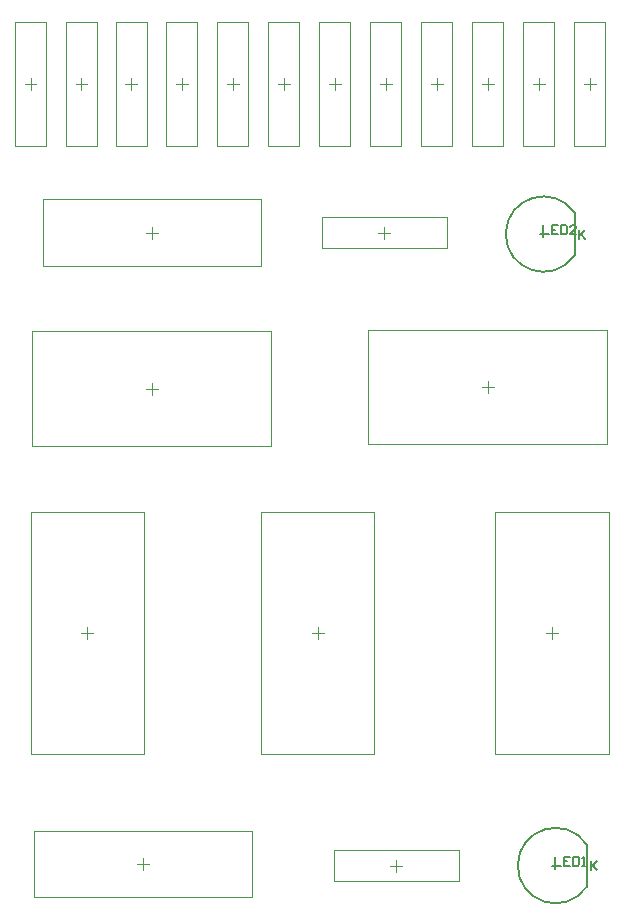
<source format=gbr>
%TF.GenerationSoftware,Altium Limited,Altium Designer,22.9.1 (49)*%
G04 Layer_Color=32768*
%FSLAX26Y26*%
%MOIN*%
%TF.SameCoordinates,9A4C5482-B669-49D6-A5E7-2A43E7F29E9E*%
%TF.FilePolarity,Positive*%
%TF.FileFunction,Other,Mechanical_15*%
%TF.Part,Single*%
G01*
G75*
%TA.AperFunction,NonConductor*%
%ADD36C,0.007874*%
%ADD38C,0.006000*%
%ADD39C,0.003937*%
%ADD41C,0.001968*%
D36*
X3065000Y1985000D02*
G03*
X3063011Y1842324I-104432J-69896D01*
G01*
X3025000Y4090000D02*
G03*
X3023011Y3947324I-104432J-69896D01*
G01*
X3065000Y1845000D02*
Y1985000D01*
X2950000Y1915000D02*
X2970000D01*
X2960000Y1905000D02*
Y1925000D01*
X3025000Y3950000D02*
Y4090000D01*
X2910000Y4020000D02*
X2930000D01*
X2920000Y4010000D02*
Y4030000D01*
D38*
X2960000Y1944990D02*
Y1915000D01*
X2979994D01*
X3009984Y1944990D02*
X2989990D01*
Y1915000D01*
X3009984D01*
X2989990Y1929995D02*
X2999987D01*
X3019981Y1944990D02*
Y1915000D01*
X3034976D01*
X3039974Y1919998D01*
Y1939992D01*
X3034976Y1944990D01*
X3019981D01*
X3049971Y1915000D02*
X3059968D01*
X3054969D01*
Y1944990D01*
X3049971Y1939992D01*
X3080000Y1929990D02*
Y1900000D01*
Y1909997D01*
X3099994Y1929990D01*
X3084998Y1914995D01*
X3099994Y1900000D01*
X2920000Y4049990D02*
Y4020000D01*
X2939994D01*
X2969984Y4049990D02*
X2949990D01*
Y4020000D01*
X2969984D01*
X2949990Y4034995D02*
X2959987D01*
X2979981Y4049990D02*
Y4020000D01*
X2994976D01*
X2999974Y4024998D01*
Y4044992D01*
X2994976Y4049990D01*
X2979981D01*
X3029964Y4020000D02*
X3009971D01*
X3029964Y4039994D01*
Y4044992D01*
X3024966Y4049990D01*
X3014969D01*
X3009971Y4044992D01*
X3040000Y4034990D02*
Y4005000D01*
Y4014997D01*
X3059994Y4034990D01*
X3044998Y4019995D01*
X3059994Y4005000D01*
D39*
X3055316Y4520000D02*
X3094686D01*
X3075000Y4500316D02*
Y4539686D01*
X2885316Y4520000D02*
X2924686D01*
X2905000Y4500316D02*
Y4539686D01*
X2715316Y4520000D02*
X2754686D01*
X2735000Y4500316D02*
Y4539686D01*
X2545316Y4520000D02*
X2584686D01*
X2565000Y4500316D02*
Y4539686D01*
X2375316Y4520000D02*
X2414686D01*
X2395000Y4500316D02*
Y4539686D01*
X2205316Y4520000D02*
X2244686D01*
X2225000Y4500316D02*
Y4539686D01*
X2035316Y4520000D02*
X2074686D01*
X2055000Y4500316D02*
Y4539686D01*
X1865316Y4520000D02*
X1904686D01*
X1885000Y4500316D02*
Y4539686D01*
X1695316Y4520000D02*
X1734686D01*
X1715000Y4500316D02*
Y4539686D01*
X1526908Y4520000D02*
X1566278D01*
X1546592Y4500316D02*
Y4539686D01*
X1361054Y4520000D02*
X1400424D01*
X1380740Y4500314D02*
Y4539684D01*
X1191124Y4520000D02*
X1230494D01*
X1210808Y4500316D02*
Y4539686D01*
X1400000Y2670316D02*
Y2709686D01*
X1380316Y2690000D02*
X1419686D01*
X2715316Y3510000D02*
X2754686D01*
X2735000Y3490316D02*
Y3529686D01*
X2430000Y1895316D02*
Y1934686D01*
X2410316Y1915000D02*
X2449686D01*
X2390000Y4005316D02*
Y4044686D01*
X2370316Y4025000D02*
X2409686D01*
X2168202Y2670316D02*
Y2709686D01*
X2148516Y2690000D02*
X2187886D01*
X2948662Y2670316D02*
Y2709686D01*
X2928976Y2690000D02*
X2968346D01*
X1595316Y3505000D02*
X1634686D01*
X1615000Y3485316D02*
Y3524686D01*
D41*
X3023818Y4727678D02*
X3126182D01*
X3023818Y4312322D02*
Y4727678D01*
X3126182Y4312322D02*
Y4727678D01*
X3023818Y4312322D02*
X3126182D01*
X2853818Y4727678D02*
X2956182D01*
X2853818Y4312322D02*
Y4727678D01*
X2956182Y4312322D02*
Y4727678D01*
X2853818Y4312322D02*
X2956182D01*
X2683818Y4727678D02*
X2786182D01*
X2683818Y4312322D02*
Y4727678D01*
X2786182Y4312322D02*
Y4727678D01*
X2683818Y4312322D02*
X2786182D01*
X2513818Y4727678D02*
X2616182D01*
X2513818Y4312322D02*
Y4727678D01*
X2616182Y4312322D02*
Y4727678D01*
X2513818Y4312322D02*
X2616182D01*
X2343818Y4727678D02*
X2446182D01*
X2343818Y4312322D02*
Y4727678D01*
X2446182Y4312322D02*
Y4727678D01*
X2343818Y4312322D02*
X2446182D01*
X2173818Y4727678D02*
X2276182D01*
X2173818Y4312322D02*
Y4727678D01*
X2276182Y4312322D02*
Y4727678D01*
X2173818Y4312322D02*
X2276182D01*
X2003818Y4727678D02*
X2106182D01*
X2003818Y4312322D02*
Y4727678D01*
X2106182Y4312322D02*
Y4727678D01*
X2003818Y4312322D02*
X2106182D01*
X1833818Y4727678D02*
X1936182D01*
X1833818Y4312322D02*
Y4727678D01*
X1936182Y4312322D02*
Y4727678D01*
X1833818Y4312322D02*
X1936182D01*
X1663818Y4727678D02*
X1766182D01*
X1663818Y4312322D02*
Y4727678D01*
X1766182Y4312322D02*
Y4727678D01*
X1663818Y4312322D02*
X1766182D01*
X1495412Y4727678D02*
X1597774D01*
X1495412Y4312322D02*
Y4727678D01*
X1597774Y4312322D02*
Y4727678D01*
X1495412Y4312322D02*
X1597774D01*
X1329558Y4727676D02*
X1431920D01*
X1329558Y4312322D02*
Y4727676D01*
X1431920Y4312322D02*
Y4727676D01*
X1329558Y4312322D02*
X1431920D01*
X1159628Y4727678D02*
X1261990D01*
X1159628Y4312322D02*
Y4727678D01*
X1261990Y4312322D02*
Y4727678D01*
X1159628Y4312322D02*
X1261990D01*
X1211024Y2286456D02*
X1588976D01*
X1211024Y3093544D02*
X1588976D01*
Y2286456D02*
Y3093544D01*
X1211024Y2286456D02*
Y3093544D01*
X2337362Y3319056D02*
Y3700944D01*
X3132638Y3319056D02*
Y3700944D01*
X2337362Y3319056D02*
X3132638D01*
X2337362Y3700944D02*
X3132638D01*
X2222322Y1863818D02*
Y1966182D01*
Y1863818D02*
X2637678D01*
X2222322Y1966182D02*
X2637678D01*
Y1863818D02*
Y1966182D01*
X2182322Y3973818D02*
Y4076182D01*
Y3973818D02*
X2597678D01*
X2182322Y4076182D02*
X2597678D01*
Y3973818D02*
Y4076182D01*
X1979224Y2286456D02*
X2357178D01*
X1979224Y3093544D02*
X2357178D01*
Y2286456D02*
Y3093544D01*
X1979224Y2286456D02*
Y3093544D01*
X1251220Y3914174D02*
Y4135826D01*
Y3914174D02*
X1978780D01*
Y4135826D01*
X1251220D02*
X1978780D01*
X1615000Y4005316D02*
Y4044686D01*
X1595316Y4025000D02*
X1634686D01*
X2759686Y2286456D02*
X3137638D01*
X2759686Y3093544D02*
X3137638D01*
Y2286456D02*
Y3093544D01*
X2759686Y2286456D02*
Y3093544D01*
X1217362Y3314056D02*
Y3695944D01*
X2012638Y3314056D02*
Y3695944D01*
X1217362Y3314056D02*
X2012638D01*
X1217362Y3695944D02*
X2012638D01*
X1221220Y1809174D02*
Y2030826D01*
Y1809174D02*
X1948780D01*
Y2030826D01*
X1221220D02*
X1948780D01*
X1585000Y1900316D02*
Y1939686D01*
X1565316Y1920000D02*
X1604686D01*
%TF.MD5,30b8e2b9b332e8e49416b85412c45d6e*%
M02*

</source>
